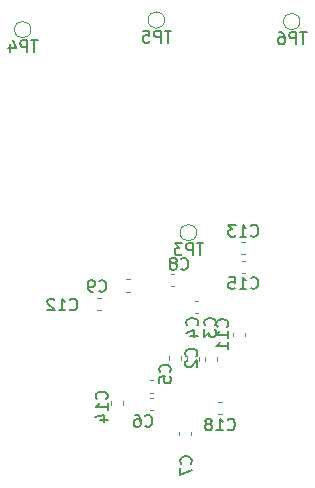
<source format=gbr>
%TF.GenerationSoftware,KiCad,Pcbnew,9.0.3*%
%TF.CreationDate,2025-07-24T02:47:58+05:30*%
%TF.ProjectId,DevBoard_F1C100s_Rev2,44657642-6f61-4726-945f-463143313030,rev?*%
%TF.SameCoordinates,Original*%
%TF.FileFunction,Legend,Bot*%
%TF.FilePolarity,Positive*%
%FSLAX46Y46*%
G04 Gerber Fmt 4.6, Leading zero omitted, Abs format (unit mm)*
G04 Created by KiCad (PCBNEW 9.0.3) date 2025-07-24 02:47:58*
%MOMM*%
%LPD*%
G01*
G04 APERTURE LIST*
%ADD10C,0.150000*%
%ADD11C,0.120000*%
G04 APERTURE END LIST*
D10*
X152274404Y-34077819D02*
X151702976Y-34077819D01*
X151988690Y-35077819D02*
X151988690Y-34077819D01*
X151369642Y-35077819D02*
X151369642Y-34077819D01*
X151369642Y-34077819D02*
X150988690Y-34077819D01*
X150988690Y-34077819D02*
X150893452Y-34125438D01*
X150893452Y-34125438D02*
X150845833Y-34173057D01*
X150845833Y-34173057D02*
X150798214Y-34268295D01*
X150798214Y-34268295D02*
X150798214Y-34411152D01*
X150798214Y-34411152D02*
X150845833Y-34506390D01*
X150845833Y-34506390D02*
X150893452Y-34554009D01*
X150893452Y-34554009D02*
X150988690Y-34601628D01*
X150988690Y-34601628D02*
X151369642Y-34601628D01*
X149893452Y-34077819D02*
X150369642Y-34077819D01*
X150369642Y-34077819D02*
X150417261Y-34554009D01*
X150417261Y-34554009D02*
X150369642Y-34506390D01*
X150369642Y-34506390D02*
X150274404Y-34458771D01*
X150274404Y-34458771D02*
X150036309Y-34458771D01*
X150036309Y-34458771D02*
X149941071Y-34506390D01*
X149941071Y-34506390D02*
X149893452Y-34554009D01*
X149893452Y-34554009D02*
X149845833Y-34649247D01*
X149845833Y-34649247D02*
X149845833Y-34887342D01*
X149845833Y-34887342D02*
X149893452Y-34982580D01*
X149893452Y-34982580D02*
X149941071Y-35030200D01*
X149941071Y-35030200D02*
X150036309Y-35077819D01*
X150036309Y-35077819D02*
X150274404Y-35077819D01*
X150274404Y-35077819D02*
X150369642Y-35030200D01*
X150369642Y-35030200D02*
X150417261Y-34982580D01*
X140961903Y-34890320D02*
X140390475Y-34890320D01*
X140676189Y-35890320D02*
X140676189Y-34890320D01*
X140057141Y-35890320D02*
X140057141Y-34890320D01*
X140057141Y-34890320D02*
X139676189Y-34890320D01*
X139676189Y-34890320D02*
X139580951Y-34937939D01*
X139580951Y-34937939D02*
X139533332Y-34985558D01*
X139533332Y-34985558D02*
X139485713Y-35080796D01*
X139485713Y-35080796D02*
X139485713Y-35223653D01*
X139485713Y-35223653D02*
X139533332Y-35318891D01*
X139533332Y-35318891D02*
X139580951Y-35366510D01*
X139580951Y-35366510D02*
X139676189Y-35414129D01*
X139676189Y-35414129D02*
X140057141Y-35414129D01*
X138628570Y-35223653D02*
X138628570Y-35890320D01*
X138866665Y-34842701D02*
X139104760Y-35556986D01*
X139104760Y-35556986D02*
X138485713Y-35556986D01*
X146166666Y-56084580D02*
X146214285Y-56132200D01*
X146214285Y-56132200D02*
X146357142Y-56179819D01*
X146357142Y-56179819D02*
X146452380Y-56179819D01*
X146452380Y-56179819D02*
X146595237Y-56132200D01*
X146595237Y-56132200D02*
X146690475Y-56036961D01*
X146690475Y-56036961D02*
X146738094Y-55941723D01*
X146738094Y-55941723D02*
X146785713Y-55751247D01*
X146785713Y-55751247D02*
X146785713Y-55608390D01*
X146785713Y-55608390D02*
X146738094Y-55417914D01*
X146738094Y-55417914D02*
X146690475Y-55322676D01*
X146690475Y-55322676D02*
X146595237Y-55227438D01*
X146595237Y-55227438D02*
X146452380Y-55179819D01*
X146452380Y-55179819D02*
X146357142Y-55179819D01*
X146357142Y-55179819D02*
X146214285Y-55227438D01*
X146214285Y-55227438D02*
X146166666Y-55275057D01*
X145690475Y-56179819D02*
X145499999Y-56179819D01*
X145499999Y-56179819D02*
X145404761Y-56132200D01*
X145404761Y-56132200D02*
X145357142Y-56084580D01*
X145357142Y-56084580D02*
X145261904Y-55941723D01*
X145261904Y-55941723D02*
X145214285Y-55751247D01*
X145214285Y-55751247D02*
X145214285Y-55370295D01*
X145214285Y-55370295D02*
X145261904Y-55275057D01*
X145261904Y-55275057D02*
X145309523Y-55227438D01*
X145309523Y-55227438D02*
X145404761Y-55179819D01*
X145404761Y-55179819D02*
X145595237Y-55179819D01*
X145595237Y-55179819D02*
X145690475Y-55227438D01*
X145690475Y-55227438D02*
X145738094Y-55275057D01*
X145738094Y-55275057D02*
X145785713Y-55370295D01*
X145785713Y-55370295D02*
X145785713Y-55608390D01*
X145785713Y-55608390D02*
X145738094Y-55703628D01*
X145738094Y-55703628D02*
X145690475Y-55751247D01*
X145690475Y-55751247D02*
X145595237Y-55798866D01*
X145595237Y-55798866D02*
X145404761Y-55798866D01*
X145404761Y-55798866D02*
X145309523Y-55751247D01*
X145309523Y-55751247D02*
X145261904Y-55703628D01*
X145261904Y-55703628D02*
X145214285Y-55608390D01*
X143692857Y-57659580D02*
X143740476Y-57707200D01*
X143740476Y-57707200D02*
X143883333Y-57754819D01*
X143883333Y-57754819D02*
X143978571Y-57754819D01*
X143978571Y-57754819D02*
X144121428Y-57707200D01*
X144121428Y-57707200D02*
X144216666Y-57611961D01*
X144216666Y-57611961D02*
X144264285Y-57516723D01*
X144264285Y-57516723D02*
X144311904Y-57326247D01*
X144311904Y-57326247D02*
X144311904Y-57183390D01*
X144311904Y-57183390D02*
X144264285Y-56992914D01*
X144264285Y-56992914D02*
X144216666Y-56897676D01*
X144216666Y-56897676D02*
X144121428Y-56802438D01*
X144121428Y-56802438D02*
X143978571Y-56754819D01*
X143978571Y-56754819D02*
X143883333Y-56754819D01*
X143883333Y-56754819D02*
X143740476Y-56802438D01*
X143740476Y-56802438D02*
X143692857Y-56850057D01*
X142740476Y-57754819D02*
X143311904Y-57754819D01*
X143026190Y-57754819D02*
X143026190Y-56754819D01*
X143026190Y-56754819D02*
X143121428Y-56897676D01*
X143121428Y-56897676D02*
X143216666Y-56992914D01*
X143216666Y-56992914D02*
X143311904Y-57040533D01*
X142359523Y-56850057D02*
X142311904Y-56802438D01*
X142311904Y-56802438D02*
X142216666Y-56754819D01*
X142216666Y-56754819D02*
X141978571Y-56754819D01*
X141978571Y-56754819D02*
X141883333Y-56802438D01*
X141883333Y-56802438D02*
X141835714Y-56850057D01*
X141835714Y-56850057D02*
X141788095Y-56945295D01*
X141788095Y-56945295D02*
X141788095Y-57040533D01*
X141788095Y-57040533D02*
X141835714Y-57183390D01*
X141835714Y-57183390D02*
X142407142Y-57754819D01*
X142407142Y-57754819D02*
X141788095Y-57754819D01*
X153104166Y-54209580D02*
X153151785Y-54257200D01*
X153151785Y-54257200D02*
X153294642Y-54304819D01*
X153294642Y-54304819D02*
X153389880Y-54304819D01*
X153389880Y-54304819D02*
X153532737Y-54257200D01*
X153532737Y-54257200D02*
X153627975Y-54161961D01*
X153627975Y-54161961D02*
X153675594Y-54066723D01*
X153675594Y-54066723D02*
X153723213Y-53876247D01*
X153723213Y-53876247D02*
X153723213Y-53733390D01*
X153723213Y-53733390D02*
X153675594Y-53542914D01*
X153675594Y-53542914D02*
X153627975Y-53447676D01*
X153627975Y-53447676D02*
X153532737Y-53352438D01*
X153532737Y-53352438D02*
X153389880Y-53304819D01*
X153389880Y-53304819D02*
X153294642Y-53304819D01*
X153294642Y-53304819D02*
X153151785Y-53352438D01*
X153151785Y-53352438D02*
X153104166Y-53400057D01*
X152532737Y-53733390D02*
X152627975Y-53685771D01*
X152627975Y-53685771D02*
X152675594Y-53638152D01*
X152675594Y-53638152D02*
X152723213Y-53542914D01*
X152723213Y-53542914D02*
X152723213Y-53495295D01*
X152723213Y-53495295D02*
X152675594Y-53400057D01*
X152675594Y-53400057D02*
X152627975Y-53352438D01*
X152627975Y-53352438D02*
X152532737Y-53304819D01*
X152532737Y-53304819D02*
X152342261Y-53304819D01*
X152342261Y-53304819D02*
X152247023Y-53352438D01*
X152247023Y-53352438D02*
X152199404Y-53400057D01*
X152199404Y-53400057D02*
X152151785Y-53495295D01*
X152151785Y-53495295D02*
X152151785Y-53542914D01*
X152151785Y-53542914D02*
X152199404Y-53638152D01*
X152199404Y-53638152D02*
X152247023Y-53685771D01*
X152247023Y-53685771D02*
X152342261Y-53733390D01*
X152342261Y-53733390D02*
X152532737Y-53733390D01*
X152532737Y-53733390D02*
X152627975Y-53781009D01*
X152627975Y-53781009D02*
X152675594Y-53828628D01*
X152675594Y-53828628D02*
X152723213Y-53923866D01*
X152723213Y-53923866D02*
X152723213Y-54114342D01*
X152723213Y-54114342D02*
X152675594Y-54209580D01*
X152675594Y-54209580D02*
X152627975Y-54257200D01*
X152627975Y-54257200D02*
X152532737Y-54304819D01*
X152532737Y-54304819D02*
X152342261Y-54304819D01*
X152342261Y-54304819D02*
X152247023Y-54257200D01*
X152247023Y-54257200D02*
X152199404Y-54209580D01*
X152199404Y-54209580D02*
X152151785Y-54114342D01*
X152151785Y-54114342D02*
X152151785Y-53923866D01*
X152151785Y-53923866D02*
X152199404Y-53828628D01*
X152199404Y-53828628D02*
X152247023Y-53781009D01*
X152247023Y-53781009D02*
X152342261Y-53733390D01*
X152159580Y-62970833D02*
X152207200Y-62923214D01*
X152207200Y-62923214D02*
X152254819Y-62780357D01*
X152254819Y-62780357D02*
X152254819Y-62685119D01*
X152254819Y-62685119D02*
X152207200Y-62542262D01*
X152207200Y-62542262D02*
X152111961Y-62447024D01*
X152111961Y-62447024D02*
X152016723Y-62399405D01*
X152016723Y-62399405D02*
X151826247Y-62351786D01*
X151826247Y-62351786D02*
X151683390Y-62351786D01*
X151683390Y-62351786D02*
X151492914Y-62399405D01*
X151492914Y-62399405D02*
X151397676Y-62447024D01*
X151397676Y-62447024D02*
X151302438Y-62542262D01*
X151302438Y-62542262D02*
X151254819Y-62685119D01*
X151254819Y-62685119D02*
X151254819Y-62780357D01*
X151254819Y-62780357D02*
X151302438Y-62923214D01*
X151302438Y-62923214D02*
X151350057Y-62970833D01*
X151254819Y-63875595D02*
X151254819Y-63399405D01*
X151254819Y-63399405D02*
X151731009Y-63351786D01*
X151731009Y-63351786D02*
X151683390Y-63399405D01*
X151683390Y-63399405D02*
X151635771Y-63494643D01*
X151635771Y-63494643D02*
X151635771Y-63732738D01*
X151635771Y-63732738D02*
X151683390Y-63827976D01*
X151683390Y-63827976D02*
X151731009Y-63875595D01*
X151731009Y-63875595D02*
X151826247Y-63923214D01*
X151826247Y-63923214D02*
X152064342Y-63923214D01*
X152064342Y-63923214D02*
X152159580Y-63875595D01*
X152159580Y-63875595D02*
X152207200Y-63827976D01*
X152207200Y-63827976D02*
X152254819Y-63732738D01*
X152254819Y-63732738D02*
X152254819Y-63494643D01*
X152254819Y-63494643D02*
X152207200Y-63399405D01*
X152207200Y-63399405D02*
X152159580Y-63351786D01*
X146784580Y-65244642D02*
X146832200Y-65197023D01*
X146832200Y-65197023D02*
X146879819Y-65054166D01*
X146879819Y-65054166D02*
X146879819Y-64958928D01*
X146879819Y-64958928D02*
X146832200Y-64816071D01*
X146832200Y-64816071D02*
X146736961Y-64720833D01*
X146736961Y-64720833D02*
X146641723Y-64673214D01*
X146641723Y-64673214D02*
X146451247Y-64625595D01*
X146451247Y-64625595D02*
X146308390Y-64625595D01*
X146308390Y-64625595D02*
X146117914Y-64673214D01*
X146117914Y-64673214D02*
X146022676Y-64720833D01*
X146022676Y-64720833D02*
X145927438Y-64816071D01*
X145927438Y-64816071D02*
X145879819Y-64958928D01*
X145879819Y-64958928D02*
X145879819Y-65054166D01*
X145879819Y-65054166D02*
X145927438Y-65197023D01*
X145927438Y-65197023D02*
X145975057Y-65244642D01*
X146879819Y-66197023D02*
X146879819Y-65625595D01*
X146879819Y-65911309D02*
X145879819Y-65911309D01*
X145879819Y-65911309D02*
X146022676Y-65816071D01*
X146022676Y-65816071D02*
X146117914Y-65720833D01*
X146117914Y-65720833D02*
X146165533Y-65625595D01*
X146213152Y-67054166D02*
X146879819Y-67054166D01*
X145832200Y-66816071D02*
X146546485Y-66577976D01*
X146546485Y-66577976D02*
X146546485Y-67197023D01*
X154452913Y-59033333D02*
X154500533Y-58985714D01*
X154500533Y-58985714D02*
X154548152Y-58842857D01*
X154548152Y-58842857D02*
X154548152Y-58747619D01*
X154548152Y-58747619D02*
X154500533Y-58604762D01*
X154500533Y-58604762D02*
X154405294Y-58509524D01*
X154405294Y-58509524D02*
X154310056Y-58461905D01*
X154310056Y-58461905D02*
X154119580Y-58414286D01*
X154119580Y-58414286D02*
X153976723Y-58414286D01*
X153976723Y-58414286D02*
X153786247Y-58461905D01*
X153786247Y-58461905D02*
X153691009Y-58509524D01*
X153691009Y-58509524D02*
X153595771Y-58604762D01*
X153595771Y-58604762D02*
X153548152Y-58747619D01*
X153548152Y-58747619D02*
X153548152Y-58842857D01*
X153548152Y-58842857D02*
X153595771Y-58985714D01*
X153595771Y-58985714D02*
X153643390Y-59033333D01*
X153881485Y-59890476D02*
X154548152Y-59890476D01*
X153500533Y-59652381D02*
X154214818Y-59414286D01*
X154214818Y-59414286D02*
X154214818Y-60033333D01*
X155952913Y-59033333D02*
X156000533Y-58985714D01*
X156000533Y-58985714D02*
X156048152Y-58842857D01*
X156048152Y-58842857D02*
X156048152Y-58747619D01*
X156048152Y-58747619D02*
X156000533Y-58604762D01*
X156000533Y-58604762D02*
X155905294Y-58509524D01*
X155905294Y-58509524D02*
X155810056Y-58461905D01*
X155810056Y-58461905D02*
X155619580Y-58414286D01*
X155619580Y-58414286D02*
X155476723Y-58414286D01*
X155476723Y-58414286D02*
X155286247Y-58461905D01*
X155286247Y-58461905D02*
X155191009Y-58509524D01*
X155191009Y-58509524D02*
X155095771Y-58604762D01*
X155095771Y-58604762D02*
X155048152Y-58747619D01*
X155048152Y-58747619D02*
X155048152Y-58842857D01*
X155048152Y-58842857D02*
X155095771Y-58985714D01*
X155095771Y-58985714D02*
X155143390Y-59033333D01*
X155048152Y-59366667D02*
X155048152Y-59985714D01*
X155048152Y-59985714D02*
X155429104Y-59652381D01*
X155429104Y-59652381D02*
X155429104Y-59795238D01*
X155429104Y-59795238D02*
X155476723Y-59890476D01*
X155476723Y-59890476D02*
X155524342Y-59938095D01*
X155524342Y-59938095D02*
X155619580Y-59985714D01*
X155619580Y-59985714D02*
X155857675Y-59985714D01*
X155857675Y-59985714D02*
X155952913Y-59938095D01*
X155952913Y-59938095D02*
X156000533Y-59890476D01*
X156000533Y-59890476D02*
X156048152Y-59795238D01*
X156048152Y-59795238D02*
X156048152Y-59509524D01*
X156048152Y-59509524D02*
X156000533Y-59414286D01*
X156000533Y-59414286D02*
X155952913Y-59366667D01*
X157042857Y-67814580D02*
X157090476Y-67862200D01*
X157090476Y-67862200D02*
X157233333Y-67909819D01*
X157233333Y-67909819D02*
X157328571Y-67909819D01*
X157328571Y-67909819D02*
X157471428Y-67862200D01*
X157471428Y-67862200D02*
X157566666Y-67766961D01*
X157566666Y-67766961D02*
X157614285Y-67671723D01*
X157614285Y-67671723D02*
X157661904Y-67481247D01*
X157661904Y-67481247D02*
X157661904Y-67338390D01*
X157661904Y-67338390D02*
X157614285Y-67147914D01*
X157614285Y-67147914D02*
X157566666Y-67052676D01*
X157566666Y-67052676D02*
X157471428Y-66957438D01*
X157471428Y-66957438D02*
X157328571Y-66909819D01*
X157328571Y-66909819D02*
X157233333Y-66909819D01*
X157233333Y-66909819D02*
X157090476Y-66957438D01*
X157090476Y-66957438D02*
X157042857Y-67005057D01*
X156090476Y-67909819D02*
X156661904Y-67909819D01*
X156376190Y-67909819D02*
X156376190Y-66909819D01*
X156376190Y-66909819D02*
X156471428Y-67052676D01*
X156471428Y-67052676D02*
X156566666Y-67147914D01*
X156566666Y-67147914D02*
X156661904Y-67195533D01*
X155519047Y-67338390D02*
X155614285Y-67290771D01*
X155614285Y-67290771D02*
X155661904Y-67243152D01*
X155661904Y-67243152D02*
X155709523Y-67147914D01*
X155709523Y-67147914D02*
X155709523Y-67100295D01*
X155709523Y-67100295D02*
X155661904Y-67005057D01*
X155661904Y-67005057D02*
X155614285Y-66957438D01*
X155614285Y-66957438D02*
X155519047Y-66909819D01*
X155519047Y-66909819D02*
X155328571Y-66909819D01*
X155328571Y-66909819D02*
X155233333Y-66957438D01*
X155233333Y-66957438D02*
X155185714Y-67005057D01*
X155185714Y-67005057D02*
X155138095Y-67100295D01*
X155138095Y-67100295D02*
X155138095Y-67147914D01*
X155138095Y-67147914D02*
X155185714Y-67243152D01*
X155185714Y-67243152D02*
X155233333Y-67290771D01*
X155233333Y-67290771D02*
X155328571Y-67338390D01*
X155328571Y-67338390D02*
X155519047Y-67338390D01*
X155519047Y-67338390D02*
X155614285Y-67386009D01*
X155614285Y-67386009D02*
X155661904Y-67433628D01*
X155661904Y-67433628D02*
X155709523Y-67528866D01*
X155709523Y-67528866D02*
X155709523Y-67719342D01*
X155709523Y-67719342D02*
X155661904Y-67814580D01*
X155661904Y-67814580D02*
X155614285Y-67862200D01*
X155614285Y-67862200D02*
X155519047Y-67909819D01*
X155519047Y-67909819D02*
X155328571Y-67909819D01*
X155328571Y-67909819D02*
X155233333Y-67862200D01*
X155233333Y-67862200D02*
X155185714Y-67814580D01*
X155185714Y-67814580D02*
X155138095Y-67719342D01*
X155138095Y-67719342D02*
X155138095Y-67528866D01*
X155138095Y-67528866D02*
X155185714Y-67433628D01*
X155185714Y-67433628D02*
X155233333Y-67386009D01*
X155233333Y-67386009D02*
X155328571Y-67338390D01*
X153934580Y-70733333D02*
X153982200Y-70685714D01*
X153982200Y-70685714D02*
X154029819Y-70542857D01*
X154029819Y-70542857D02*
X154029819Y-70447619D01*
X154029819Y-70447619D02*
X153982200Y-70304762D01*
X153982200Y-70304762D02*
X153886961Y-70209524D01*
X153886961Y-70209524D02*
X153791723Y-70161905D01*
X153791723Y-70161905D02*
X153601247Y-70114286D01*
X153601247Y-70114286D02*
X153458390Y-70114286D01*
X153458390Y-70114286D02*
X153267914Y-70161905D01*
X153267914Y-70161905D02*
X153172676Y-70209524D01*
X153172676Y-70209524D02*
X153077438Y-70304762D01*
X153077438Y-70304762D02*
X153029819Y-70447619D01*
X153029819Y-70447619D02*
X153029819Y-70542857D01*
X153029819Y-70542857D02*
X153077438Y-70685714D01*
X153077438Y-70685714D02*
X153125057Y-70733333D01*
X153029819Y-71066667D02*
X153029819Y-71733333D01*
X153029819Y-71733333D02*
X154029819Y-71304762D01*
X154384580Y-61633333D02*
X154432200Y-61585714D01*
X154432200Y-61585714D02*
X154479819Y-61442857D01*
X154479819Y-61442857D02*
X154479819Y-61347619D01*
X154479819Y-61347619D02*
X154432200Y-61204762D01*
X154432200Y-61204762D02*
X154336961Y-61109524D01*
X154336961Y-61109524D02*
X154241723Y-61061905D01*
X154241723Y-61061905D02*
X154051247Y-61014286D01*
X154051247Y-61014286D02*
X153908390Y-61014286D01*
X153908390Y-61014286D02*
X153717914Y-61061905D01*
X153717914Y-61061905D02*
X153622676Y-61109524D01*
X153622676Y-61109524D02*
X153527438Y-61204762D01*
X153527438Y-61204762D02*
X153479819Y-61347619D01*
X153479819Y-61347619D02*
X153479819Y-61442857D01*
X153479819Y-61442857D02*
X153527438Y-61585714D01*
X153527438Y-61585714D02*
X153575057Y-61633333D01*
X153575057Y-62014286D02*
X153527438Y-62061905D01*
X153527438Y-62061905D02*
X153479819Y-62157143D01*
X153479819Y-62157143D02*
X153479819Y-62395238D01*
X153479819Y-62395238D02*
X153527438Y-62490476D01*
X153527438Y-62490476D02*
X153575057Y-62538095D01*
X153575057Y-62538095D02*
X153670295Y-62585714D01*
X153670295Y-62585714D02*
X153765533Y-62585714D01*
X153765533Y-62585714D02*
X153908390Y-62538095D01*
X153908390Y-62538095D02*
X154479819Y-61966667D01*
X154479819Y-61966667D02*
X154479819Y-62585714D01*
X159017857Y-55839580D02*
X159065476Y-55887200D01*
X159065476Y-55887200D02*
X159208333Y-55934819D01*
X159208333Y-55934819D02*
X159303571Y-55934819D01*
X159303571Y-55934819D02*
X159446428Y-55887200D01*
X159446428Y-55887200D02*
X159541666Y-55791961D01*
X159541666Y-55791961D02*
X159589285Y-55696723D01*
X159589285Y-55696723D02*
X159636904Y-55506247D01*
X159636904Y-55506247D02*
X159636904Y-55363390D01*
X159636904Y-55363390D02*
X159589285Y-55172914D01*
X159589285Y-55172914D02*
X159541666Y-55077676D01*
X159541666Y-55077676D02*
X159446428Y-54982438D01*
X159446428Y-54982438D02*
X159303571Y-54934819D01*
X159303571Y-54934819D02*
X159208333Y-54934819D01*
X159208333Y-54934819D02*
X159065476Y-54982438D01*
X159065476Y-54982438D02*
X159017857Y-55030057D01*
X158065476Y-55934819D02*
X158636904Y-55934819D01*
X158351190Y-55934819D02*
X158351190Y-54934819D01*
X158351190Y-54934819D02*
X158446428Y-55077676D01*
X158446428Y-55077676D02*
X158541666Y-55172914D01*
X158541666Y-55172914D02*
X158636904Y-55220533D01*
X157160714Y-54934819D02*
X157636904Y-54934819D01*
X157636904Y-54934819D02*
X157684523Y-55411009D01*
X157684523Y-55411009D02*
X157636904Y-55363390D01*
X157636904Y-55363390D02*
X157541666Y-55315771D01*
X157541666Y-55315771D02*
X157303571Y-55315771D01*
X157303571Y-55315771D02*
X157208333Y-55363390D01*
X157208333Y-55363390D02*
X157160714Y-55411009D01*
X157160714Y-55411009D02*
X157113095Y-55506247D01*
X157113095Y-55506247D02*
X157113095Y-55744342D01*
X157113095Y-55744342D02*
X157160714Y-55839580D01*
X157160714Y-55839580D02*
X157208333Y-55887200D01*
X157208333Y-55887200D02*
X157303571Y-55934819D01*
X157303571Y-55934819D02*
X157541666Y-55934819D01*
X157541666Y-55934819D02*
X157636904Y-55887200D01*
X157636904Y-55887200D02*
X157684523Y-55839580D01*
X159017857Y-51409580D02*
X159065476Y-51457200D01*
X159065476Y-51457200D02*
X159208333Y-51504819D01*
X159208333Y-51504819D02*
X159303571Y-51504819D01*
X159303571Y-51504819D02*
X159446428Y-51457200D01*
X159446428Y-51457200D02*
X159541666Y-51361961D01*
X159541666Y-51361961D02*
X159589285Y-51266723D01*
X159589285Y-51266723D02*
X159636904Y-51076247D01*
X159636904Y-51076247D02*
X159636904Y-50933390D01*
X159636904Y-50933390D02*
X159589285Y-50742914D01*
X159589285Y-50742914D02*
X159541666Y-50647676D01*
X159541666Y-50647676D02*
X159446428Y-50552438D01*
X159446428Y-50552438D02*
X159303571Y-50504819D01*
X159303571Y-50504819D02*
X159208333Y-50504819D01*
X159208333Y-50504819D02*
X159065476Y-50552438D01*
X159065476Y-50552438D02*
X159017857Y-50600057D01*
X158065476Y-51504819D02*
X158636904Y-51504819D01*
X158351190Y-51504819D02*
X158351190Y-50504819D01*
X158351190Y-50504819D02*
X158446428Y-50647676D01*
X158446428Y-50647676D02*
X158541666Y-50742914D01*
X158541666Y-50742914D02*
X158636904Y-50790533D01*
X157732142Y-50504819D02*
X157113095Y-50504819D01*
X157113095Y-50504819D02*
X157446428Y-50885771D01*
X157446428Y-50885771D02*
X157303571Y-50885771D01*
X157303571Y-50885771D02*
X157208333Y-50933390D01*
X157208333Y-50933390D02*
X157160714Y-50981009D01*
X157160714Y-50981009D02*
X157113095Y-51076247D01*
X157113095Y-51076247D02*
X157113095Y-51314342D01*
X157113095Y-51314342D02*
X157160714Y-51409580D01*
X157160714Y-51409580D02*
X157208333Y-51457200D01*
X157208333Y-51457200D02*
X157303571Y-51504819D01*
X157303571Y-51504819D02*
X157589285Y-51504819D01*
X157589285Y-51504819D02*
X157684523Y-51457200D01*
X157684523Y-51457200D02*
X157732142Y-51409580D01*
X157009580Y-59132142D02*
X157057200Y-59084523D01*
X157057200Y-59084523D02*
X157104819Y-58941666D01*
X157104819Y-58941666D02*
X157104819Y-58846428D01*
X157104819Y-58846428D02*
X157057200Y-58703571D01*
X157057200Y-58703571D02*
X156961961Y-58608333D01*
X156961961Y-58608333D02*
X156866723Y-58560714D01*
X156866723Y-58560714D02*
X156676247Y-58513095D01*
X156676247Y-58513095D02*
X156533390Y-58513095D01*
X156533390Y-58513095D02*
X156342914Y-58560714D01*
X156342914Y-58560714D02*
X156247676Y-58608333D01*
X156247676Y-58608333D02*
X156152438Y-58703571D01*
X156152438Y-58703571D02*
X156104819Y-58846428D01*
X156104819Y-58846428D02*
X156104819Y-58941666D01*
X156104819Y-58941666D02*
X156152438Y-59084523D01*
X156152438Y-59084523D02*
X156200057Y-59132142D01*
X157104819Y-60084523D02*
X157104819Y-59513095D01*
X157104819Y-59798809D02*
X156104819Y-59798809D01*
X156104819Y-59798809D02*
X156247676Y-59703571D01*
X156247676Y-59703571D02*
X156342914Y-59608333D01*
X156342914Y-59608333D02*
X156390533Y-59513095D01*
X157104819Y-61036904D02*
X157104819Y-60465476D01*
X157104819Y-60751190D02*
X156104819Y-60751190D01*
X156104819Y-60751190D02*
X156247676Y-60655952D01*
X156247676Y-60655952D02*
X156342914Y-60560714D01*
X156342914Y-60560714D02*
X156390533Y-60465476D01*
X163738211Y-34208818D02*
X163166783Y-34208818D01*
X163452497Y-35208818D02*
X163452497Y-34208818D01*
X162833449Y-35208818D02*
X162833449Y-34208818D01*
X162833449Y-34208818D02*
X162452497Y-34208818D01*
X162452497Y-34208818D02*
X162357259Y-34256437D01*
X162357259Y-34256437D02*
X162309640Y-34304056D01*
X162309640Y-34304056D02*
X162262021Y-34399294D01*
X162262021Y-34399294D02*
X162262021Y-34542151D01*
X162262021Y-34542151D02*
X162309640Y-34637389D01*
X162309640Y-34637389D02*
X162357259Y-34685008D01*
X162357259Y-34685008D02*
X162452497Y-34732627D01*
X162452497Y-34732627D02*
X162833449Y-34732627D01*
X161404878Y-34208818D02*
X161595354Y-34208818D01*
X161595354Y-34208818D02*
X161690592Y-34256437D01*
X161690592Y-34256437D02*
X161738211Y-34304056D01*
X161738211Y-34304056D02*
X161833449Y-34446913D01*
X161833449Y-34446913D02*
X161881068Y-34637389D01*
X161881068Y-34637389D02*
X161881068Y-35018341D01*
X161881068Y-35018341D02*
X161833449Y-35113579D01*
X161833449Y-35113579D02*
X161785830Y-35161199D01*
X161785830Y-35161199D02*
X161690592Y-35208818D01*
X161690592Y-35208818D02*
X161500116Y-35208818D01*
X161500116Y-35208818D02*
X161404878Y-35161199D01*
X161404878Y-35161199D02*
X161357259Y-35113579D01*
X161357259Y-35113579D02*
X161309640Y-35018341D01*
X161309640Y-35018341D02*
X161309640Y-34780246D01*
X161309640Y-34780246D02*
X161357259Y-34685008D01*
X161357259Y-34685008D02*
X161404878Y-34637389D01*
X161404878Y-34637389D02*
X161500116Y-34589770D01*
X161500116Y-34589770D02*
X161690592Y-34589770D01*
X161690592Y-34589770D02*
X161785830Y-34637389D01*
X161785830Y-34637389D02*
X161833449Y-34685008D01*
X161833449Y-34685008D02*
X161881068Y-34780246D01*
X154986904Y-52077819D02*
X154415476Y-52077819D01*
X154701190Y-53077819D02*
X154701190Y-52077819D01*
X154082142Y-53077819D02*
X154082142Y-52077819D01*
X154082142Y-52077819D02*
X153701190Y-52077819D01*
X153701190Y-52077819D02*
X153605952Y-52125438D01*
X153605952Y-52125438D02*
X153558333Y-52173057D01*
X153558333Y-52173057D02*
X153510714Y-52268295D01*
X153510714Y-52268295D02*
X153510714Y-52411152D01*
X153510714Y-52411152D02*
X153558333Y-52506390D01*
X153558333Y-52506390D02*
X153605952Y-52554009D01*
X153605952Y-52554009D02*
X153701190Y-52601628D01*
X153701190Y-52601628D02*
X154082142Y-52601628D01*
X153177380Y-52077819D02*
X152558333Y-52077819D01*
X152558333Y-52077819D02*
X152891666Y-52458771D01*
X152891666Y-52458771D02*
X152748809Y-52458771D01*
X152748809Y-52458771D02*
X152653571Y-52506390D01*
X152653571Y-52506390D02*
X152605952Y-52554009D01*
X152605952Y-52554009D02*
X152558333Y-52649247D01*
X152558333Y-52649247D02*
X152558333Y-52887342D01*
X152558333Y-52887342D02*
X152605952Y-52982580D01*
X152605952Y-52982580D02*
X152653571Y-53030200D01*
X152653571Y-53030200D02*
X152748809Y-53077819D01*
X152748809Y-53077819D02*
X153034523Y-53077819D01*
X153034523Y-53077819D02*
X153129761Y-53030200D01*
X153129761Y-53030200D02*
X153177380Y-52982580D01*
X150066666Y-67509580D02*
X150114285Y-67557200D01*
X150114285Y-67557200D02*
X150257142Y-67604819D01*
X150257142Y-67604819D02*
X150352380Y-67604819D01*
X150352380Y-67604819D02*
X150495237Y-67557200D01*
X150495237Y-67557200D02*
X150590475Y-67461961D01*
X150590475Y-67461961D02*
X150638094Y-67366723D01*
X150638094Y-67366723D02*
X150685713Y-67176247D01*
X150685713Y-67176247D02*
X150685713Y-67033390D01*
X150685713Y-67033390D02*
X150638094Y-66842914D01*
X150638094Y-66842914D02*
X150590475Y-66747676D01*
X150590475Y-66747676D02*
X150495237Y-66652438D01*
X150495237Y-66652438D02*
X150352380Y-66604819D01*
X150352380Y-66604819D02*
X150257142Y-66604819D01*
X150257142Y-66604819D02*
X150114285Y-66652438D01*
X150114285Y-66652438D02*
X150066666Y-66700057D01*
X149209523Y-66604819D02*
X149399999Y-66604819D01*
X149399999Y-66604819D02*
X149495237Y-66652438D01*
X149495237Y-66652438D02*
X149542856Y-66700057D01*
X149542856Y-66700057D02*
X149638094Y-66842914D01*
X149638094Y-66842914D02*
X149685713Y-67033390D01*
X149685713Y-67033390D02*
X149685713Y-67414342D01*
X149685713Y-67414342D02*
X149638094Y-67509580D01*
X149638094Y-67509580D02*
X149590475Y-67557200D01*
X149590475Y-67557200D02*
X149495237Y-67604819D01*
X149495237Y-67604819D02*
X149304761Y-67604819D01*
X149304761Y-67604819D02*
X149209523Y-67557200D01*
X149209523Y-67557200D02*
X149161904Y-67509580D01*
X149161904Y-67509580D02*
X149114285Y-67414342D01*
X149114285Y-67414342D02*
X149114285Y-67176247D01*
X149114285Y-67176247D02*
X149161904Y-67081009D01*
X149161904Y-67081009D02*
X149209523Y-67033390D01*
X149209523Y-67033390D02*
X149304761Y-66985771D01*
X149304761Y-66985771D02*
X149495237Y-66985771D01*
X149495237Y-66985771D02*
X149590475Y-67033390D01*
X149590475Y-67033390D02*
X149638094Y-67081009D01*
X149638094Y-67081009D02*
X149685713Y-67176247D01*
D11*
%TO.C,TP5*%
X151712500Y-33175000D02*
G75*
G02*
X150312500Y-33175000I-700000J0D01*
G01*
X150312500Y-33175000D02*
G75*
G02*
X151712500Y-33175000I700000J0D01*
G01*
%TO.C,TP4*%
X140399999Y-33987501D02*
G75*
G02*
X138999999Y-33987501I-700000J0D01*
G01*
X138999999Y-33987501D02*
G75*
G02*
X140399999Y-33987501I700000J0D01*
G01*
%TO.C,C9*%
X148746267Y-56160000D02*
X148453733Y-56160000D01*
X148746267Y-55140000D02*
X148453733Y-55140000D01*
%TO.C,C12*%
X146296267Y-57735000D02*
X146003733Y-57735000D01*
X146296267Y-56715000D02*
X146003733Y-56715000D01*
%TO.C,C8*%
X152228733Y-54690000D02*
X152521267Y-54690000D01*
X152228733Y-55710000D02*
X152521267Y-55710000D01*
%TO.C,C5*%
X150746267Y-64710000D02*
X150453733Y-64710000D01*
X150746267Y-63690000D02*
X150453733Y-63690000D01*
%TO.C,C14*%
X147190000Y-65453733D02*
X147190000Y-65746267D01*
X148210000Y-65453733D02*
X148210000Y-65746267D01*
%TO.C,C4*%
X153590000Y-62033767D02*
X153590000Y-61741233D01*
X154610000Y-62033767D02*
X154610000Y-61741233D01*
%TO.C,C3*%
X155090000Y-62033767D02*
X155090000Y-61741233D01*
X156110000Y-62033767D02*
X156110000Y-61741233D01*
%TO.C,C18*%
X156253733Y-66535000D02*
X156546267Y-66535000D01*
X156253733Y-65515000D02*
X156546267Y-65515000D01*
%TO.C,C7*%
X152965000Y-68053733D02*
X152965000Y-68346267D01*
X153985000Y-68053733D02*
X153985000Y-68346267D01*
%TO.C,C2*%
X152090000Y-61946267D02*
X152090000Y-61653733D01*
X153110000Y-61946267D02*
X153110000Y-61653733D01*
%TO.C,C15*%
X158228733Y-54560000D02*
X158521267Y-54560000D01*
X158228733Y-53540000D02*
X158521267Y-53540000D01*
%TO.C,C13*%
X158216233Y-52985000D02*
X158508767Y-52985000D01*
X158216233Y-51965000D02*
X158508767Y-51965000D01*
%TO.C,C11*%
X158510000Y-59946267D02*
X158510000Y-59653733D01*
X157490000Y-59946267D02*
X157490000Y-59653733D01*
%TO.C,TP6*%
X163176307Y-33305999D02*
G75*
G02*
X161776307Y-33305999I-700000J0D01*
G01*
X161776307Y-33305999D02*
G75*
G02*
X163176307Y-33305999I700000J0D01*
G01*
%TO.C,TP3*%
X154425000Y-51175000D02*
G75*
G02*
X153025000Y-51175000I-700000J0D01*
G01*
X153025000Y-51175000D02*
G75*
G02*
X154425000Y-51175000I700000J0D01*
G01*
%TO.C,C10*%
X154546267Y-56940000D02*
X154253733Y-56940000D01*
X154546267Y-57960000D02*
X154253733Y-57960000D01*
%TO.C,C6*%
X150758767Y-66210000D02*
X150466233Y-66210000D01*
X150758767Y-65190000D02*
X150466233Y-65190000D01*
%TD*%
M02*

</source>
